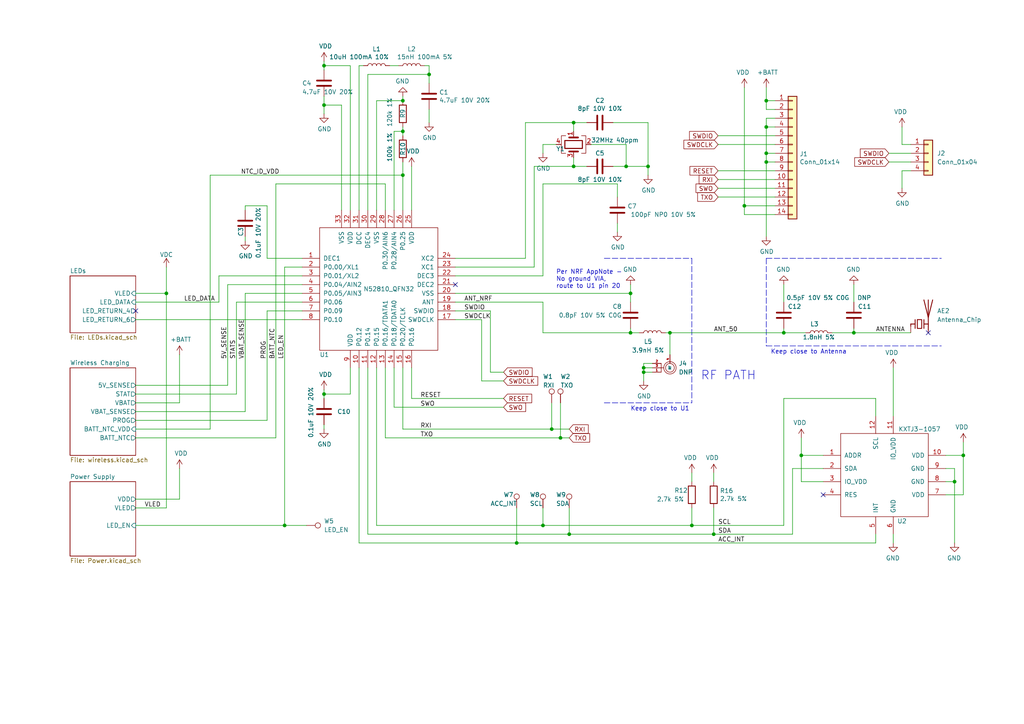
<source format=kicad_sch>
(kicad_sch (version 20211123) (generator eeschema)
  (paper "A4")
  (title_block (title "Pixels D6 Schematic, Main") (date "2022-08-26") (rev "3") (company "Systemic Games, LLC") (comment 1 "Main MCU, Accelerometer and RF"))
  (lib_symbols
    (symbol "Connector_Generic:Conn_01x04" (pin_names (offset 1.016) hide)
      (property "Reference" "J" (at 0 5.08 0))
      (property "Value" "Conn_01x04" (at 0 -7.62 0))
      (symbol "Conn_01x04_1_1"
        (rectangle (start -1.27 -4.953) (end 0 -5.207) (stroke (width 0.1524)))
        (rectangle (start -1.27 -2.413) (end 0 -2.667) (stroke (width 0.1524)))
        (rectangle (start -1.27 0.127) (end 0 -0.127) (stroke (width 0.1524)))
        (rectangle (start -1.27 2.667) (end 0 2.413) (stroke (width 0.1524)))
        (rectangle (start -1.27 3.81) (end 1.27 -6.35) (stroke (width 0.254)) (fill (type background)))
        (pin passive line (at -5.08 2.54 0) (length 3.81) (name "Pin_1") (number "1"))
        (pin passive line (at -5.08 0 0) (length 3.81) (name "Pin_2") (number "2"))
        (pin passive line (at -5.08 -2.54 0) (length 3.81) (name "Pin_3") (number "3"))
        (pin passive line (at -5.08 -5.08 0) (length 3.81) (name "Pin_4") (number "4"))
      )
    )
    (symbol "Connector_Generic:Conn_01x14" (pin_names (offset 1.016) hide)
      (property "Reference" "J" (at 0 17.78 0))
      (property "Value" "Conn_01x14" (at 0 -20.32 0))
      (symbol "Conn_01x14_1_1"
        (rectangle (start -1.27 -17.653) (end 0 -17.907) (stroke (width 0.1524)))
        (rectangle (start -1.27 -15.113) (end 0 -15.367) (stroke (width 0.1524)))
        (rectangle (start -1.27 -12.573) (end 0 -12.827) (stroke (width 0.1524)))
        (rectangle (start -1.27 -10.033) (end 0 -10.287) (stroke (width 0.1524)))
        (rectangle (start -1.27 -7.493) (end 0 -7.747) (stroke (width 0.1524)))
        (rectangle (start -1.27 -4.953) (end 0 -5.207) (stroke (width 0.1524)))
        (rectangle (start -1.27 -2.413) (end 0 -2.667) (stroke (width 0.1524)))
        (rectangle (start -1.27 0.127) (end 0 -0.127) (stroke (width 0.1524)))
        (rectangle (start -1.27 2.667) (end 0 2.413) (stroke (width 0.1524)))
        (rectangle (start -1.27 5.207) (end 0 4.953) (stroke (width 0.1524)))
        (rectangle (start -1.27 7.747) (end 0 7.493) (stroke (width 0.1524)))
        (rectangle (start -1.27 10.287) (end 0 10.033) (stroke (width 0.1524)))
        (rectangle (start -1.27 12.827) (end 0 12.573) (stroke (width 0.1524)))
        (rectangle (start -1.27 15.367) (end 0 15.113) (stroke (width 0.1524)))
        (rectangle (start -1.27 16.51) (end 1.27 -19.05) (stroke (width 0.254)) (fill (type background)))
        (pin passive line (at -5.08 15.24 0) (length 3.81) (name "Pin_1") (number "1"))
        (pin passive line (at -5.08 -7.62 0) (length 3.81) (name "Pin_10") (number "10"))
        (pin passive line (at -5.08 -10.16 0) (length 3.81) (name "Pin_11") (number "11"))
        (pin passive line (at -5.08 -12.7 0) (length 3.81) (name "Pin_12") (number "12"))
        (pin passive line (at -5.08 -15.24 0) (length 3.81) (name "Pin_13") (number "13"))
        (pin passive line (at -5.08 -17.78 0) (length 3.81) (name "Pin_14") (number "14"))
        (pin passive line (at -5.08 12.7 0) (length 3.81) (name "Pin_2") (number "2"))
        (pin passive line (at -5.08 10.16 0) (length 3.81) (name "Pin_3") (number "3"))
        (pin passive line (at -5.08 7.62 0) (length 3.81) (name "Pin_4") (number "4"))
        (pin passive line (at -5.08 5.08 0) (length 3.81) (name "Pin_5") (number "5"))
        (pin passive line (at -5.08 2.54 0) (length 3.81) (name "Pin_6") (number "6"))
        (pin passive line (at -5.08 0 0) (length 3.81) (name "Pin_7") (number "7"))
        (pin passive line (at -5.08 -2.54 0) (length 3.81) (name "Pin_8") (number "8"))
        (pin passive line (at -5.08 -5.08 0) (length 3.81) (name "Pin_9") (number "9"))
      )
    )
    (symbol "Device:Antenna_Chip" (pin_numbers hide) (pin_names (offset 1.016) hide)
      (property "Reference" "AE" (at 0 5.08 0))
      (property "Value" "Antenna_Chip" (at 0 3.175 0))
      (symbol "Antenna_Chip_0_1"
        (polyline (pts (xy -2.54 0) (xy -2.54 -0.635)) (stroke (width 0.254)))
        (polyline (pts (xy -2.54 0) (xy -1.27 0)) (stroke (width 0.254)))
        (polyline (pts (xy 1.27 0) (xy 2.54 0)) (stroke (width 0.254)))
        (polyline (pts (xy 1.27 1.27) (xy 1.27 -1.27)) (stroke (width 0.254)))
        (polyline (pts (xy 2.54 -0.635) (xy 2.54 0)))
        (polyline (pts (xy 2.54 6.985) (xy 2.54 -1.905)) (stroke (width 0.254)))
        (polyline (pts (xy -1.27 1.27) (xy -1.27 -1.27) (xy -1.27 0)) (stroke (width 0.254)))
        (polyline (pts (xy 3.81 6.985) (xy 2.54 1.905) (xy 1.27 6.985)) (stroke (width 0.254)))
        (polyline (pts (xy -0.635 1.27) (xy 0.635 1.27) (xy 0.635 -1.27) (xy -0.635 -1.27) (xy -0.635 1.27)) (stroke (width 0.254)))
      )
      (symbol "Antenna_Chip_1_1"
        (pin input line (at -2.54 -2.54 90) (length 2.54) (name "FEED") (number "1"))
        (pin passive line (at 2.54 -2.54 90) (length 2.54) (name "PCB_Trace") (number "2"))
      )
    )
    (symbol "Device:C" (pin_numbers hide) (pin_names (offset 0.254))
      (property "Reference" "C" (at 0.635 2.54 0))
      (property "Value" "C" (at 0.635 -2.54 0))
      (symbol "C_0_1"
        (polyline (pts (xy -2.032 -0.762) (xy 2.032 -0.762)) (stroke (width 0.508)))
        (polyline (pts (xy -2.032 0.762) (xy 2.032 0.762)) (stroke (width 0.508)))
      )
      (symbol "C_1_1"
        (pin passive line (at 0 3.81 270) (length 2.794) (name "~") (number "1"))
        (pin passive line (at 0 -3.81 90) (length 2.794) (name "~") (number "2"))
      )
    )
    (symbol "Device:Crystal_GND24" (pin_names (offset 1.016) hide)
      (property "Reference" "Y" (at 3.175 5.08 0))
      (property "Value" "Crystal_GND24" (at 3.175 3.175 0))
      (symbol "Crystal_GND24_0_1"
        (rectangle (start -1.143 2.54) (end 1.143 -2.54) (stroke (width 0.3048)))
        (polyline (pts (xy -2.54 0) (xy -2.032 0)))
        (polyline (pts (xy -2.032 -1.27) (xy -2.032 1.27)) (stroke (width 0.508)))
        (polyline (pts (xy 0 -3.81) (xy 0 -3.556)))
        (polyline (pts (xy 0 3.556) (xy 0 3.81)))
        (polyline (pts (xy 2.032 -1.27) (xy 2.032 1.27)) (stroke (width 0.508)))
        (polyline (pts (xy 2.032 0) (xy 2.54 0)))
        (polyline (pts (xy -2.54 -2.286) (xy -2.54 -3.556) (xy 2.54 -3.556) (xy 2.54 -2.286)))
        (polyline (pts (xy -2.54 2.286) (xy -2.54 3.556) (xy 2.54 3.556) (xy 2.54 2.286)))
      )
      (symbol "Crystal_GND24_1_1"
        (pin passive line (at -3.81 0 0) (length 1.27) (name "1") (number "1"))
        (pin passive line (at 0 5.08 270) (length 1.27) (name "2") (number "2"))
        (pin passive line (at 3.81 0 180) (length 1.27) (name "3") (number "3"))
        (pin passive line (at 0 -5.08 90) (length 1.27) (name "4") (number "4"))
      )
    )
    (symbol "Device:L" (pin_numbers hide) (pin_names (offset 1.016) hide)
      (property "Reference" "L" (at -1.27 0 90))
      (property "Value" "L" (at 1.905 0 90))
      (symbol "L_0_1"
        (arc (start 0 -2.54) (mid 0.635 -1.905) (end 0 -1.27))
        (arc (start 0 -1.27) (mid 0.635 -0.635) (end 0 0))
        (arc (start 0 0) (mid 0.635 0.635) (end 0 1.27))
        (arc (start 0 1.27) (mid 0.635 1.905) (end 0 2.54))
      )
      (symbol "L_1_1"
        (pin passive line (at 0 3.81 270) (length 1.27) (name "1") (number "1"))
        (pin passive line (at 0 -3.81 90) (length 1.27) (name "2") (number "2"))
      )
    )
    (symbol "Device:R" (pin_numbers hide) (pin_names (offset 0))
      (property "Reference" "R" (at 2.032 0 90))
      (property "Value" "R" (at 0 0 90))
      (symbol "R_0_1"
        (rectangle (start -1.016 -2.54) (end 1.016 2.54) (stroke (width 0.254)))
      )
      (symbol "R_1_1"
        (pin passive line (at 0 3.81 270) (length 1.27) (name "~") (number "1"))
        (pin passive line (at 0 -3.81 90) (length 1.27) (name "~") (number "2"))
      )
    )
    (symbol "Pixels-dice:KXTJ3-1057" (pin_names (offset 1.016))
      (property "Reference" "U" (at 10.16 -12.7 0))
      (property "Value" "KXTJ3-1057" (at 8.89 13.97 0))
      (symbol "KXTJ3-1057_0_1"
        (rectangle (start -12.7 12.7) (end 12.7 -11.43))
      )
      (symbol "KXTJ3-1057_1_1"
        (pin input line (at -17.78 6.35 0) (length 5.08) (name "ADDR") (number "1"))
        (pin power_in line (at 17.78 6.35 180) (length 5.08) (name "VDD") (number "10"))
        (pin power_in line (at 2.54 17.78 270) (length 5.08) (name "IO_VDD") (number "11"))
        (pin input line (at -2.54 17.78 270) (length 5.08) (name "SCL") (number "12"))
        (pin bidirectional line (at -17.78 2.54 0) (length 5.08) (name "SDA") (number "2"))
        (pin power_in line (at -17.78 -1.27 0) (length 5.08) (name "IO_VDD") (number "3"))
        (pin passive line (at -17.78 -5.08 0) (length 5.08) (name "RES") (number "4"))
        (pin output line (at -2.54 -16.51 90) (length 5.08) (name "INT") (number "5"))
        (pin power_in line (at 2.54 -16.51 90) (length 5.08) (name "GND") (number "6"))
        (pin power_in line (at 17.78 -5.08 180) (length 5.08) (name "VDD") (number "7"))
        (pin power_in line (at 17.78 -1.27 180) (length 5.08) (name "GND") (number "8"))
        (pin power_in line (at 17.78 2.54 180) (length 5.08) (name "GND") (number "9"))
      )
    )
    (symbol "Pixels-dice:N52810_QFN32" (pin_names (offset 1.016))
      (property "Reference" "U" (at 13.97 -19.05 0))
      (property "Value" "N52810_QFN32" (at 2.54 0 0))
      (symbol "N52810_QFN32_0_1"
        (rectangle (start -17.78 17.78) (end 16.51 -17.78))
      )
      (symbol "N52810_QFN32_1_1"
        (pin power_out line (at -22.86 8.89 0) (length 5.08) (name "DEC1") (number "1"))
        (pin bidirectional line (at -6.35 -22.86 90) (length 5.08) (name "P0.12") (number "10"))
        (pin bidirectional line (at -3.81 -22.86 90) (length 5.08) (name "P0.14") (number "11"))
        (pin bidirectional line (at -1.27 -22.86 90) (length 5.08) (name "P0.15") (number "12"))
        (pin bidirectional line (at 1.27 -22.86 90) (length 5.08) (name "P0.16/TDATA1") (number "13"))
        (pin bidirectional line (at 3.81 -22.86 90) (length 5.08) (name "P0.18/TDATA0") (number "14"))
        (pin bidirectional line (at 6.35 -22.86 90) (length 5.08) (name "P0.20/TCLK") (number "15"))
        (pin bidirectional line (at 8.89 -22.86 90) (length 5.08) (name "P0.16") (number "16"))
        (pin bidirectional line (at 21.59 -8.89 180) (length 5.08) (name "SWDCLK") (number "17"))
        (pin bidirectional line (at 21.59 -6.35 180) (length 5.08) (name "SWDIO") (number "18"))
        (pin output line (at 21.59 -3.81 180) (length 5.08) (name "ANT") (number "19"))
        (pin bidirectional line (at -22.86 6.35 0) (length 5.08) (name "P0.00/XL1") (number "2"))
        (pin output line (at 21.59 -1.27 180) (length 5.08) (name "VSS") (number "20"))
        (pin output line (at 21.59 1.27 180) (length 5.08) (name "DEC2") (number "21"))
        (pin output line (at 21.59 3.81 180) (length 5.08) (name "DEC3") (number "22"))
        (pin output line (at 21.59 6.35 180) (length 5.08) (name "XC1") (number "23"))
        (pin input line (at 21.59 8.89 180) (length 5.08) (name "XC2") (number "24"))
        (pin power_in line (at 8.89 22.86 270) (length 5.08) (name "VDD") (number "25"))
        (pin bidirectional line (at 6.35 22.86 270) (length 5.08) (name "P0.25") (number "26"))
        (pin bidirectional line (at 3.81 22.86 270) (length 5.08) (name "P0.28/AIN4") (number "27"))
        (pin bidirectional line (at 1.27 22.86 270) (length 5.08) (name "P0.30/AIN6") (number "28"))
        (pin power_in line (at -1.27 22.86 270) (length 5.08) (name "VSS") (number "29"))
        (pin bidirectional line (at -22.86 3.81 0) (length 5.08) (name "P0.01/XL2") (number "3"))
        (pin output line (at -3.81 22.86 270) (length 5.08) (name "DEC4") (number "30"))
        (pin output line (at -6.35 22.86 270) (length 5.08) (name "DCC") (number "31"))
        (pin power_in line (at -8.89 22.86 270) (length 5.08) (name "VDD") (number "32"))
        (pin power_in line (at -11.43 22.86 270) (length 5.08) (name "VSS") (number "33"))
        (pin bidirectional line (at -22.86 1.27 0) (length 5.08) (name "P0.04/AIN2") (number "4"))
        (pin bidirectional line (at -22.86 -1.27 0) (length 5.08) (name "P0.05/AIN3") (number "5"))
        (pin bidirectional line (at -22.86 -3.81 0) (length 5.08) (name "P0.06") (number "6"))
        (pin bidirectional line (at -22.86 -6.35 0) (length 5.08) (name "P0.09") (number "7"))
        (pin bidirectional line (at -22.86 -8.89 0) (length 5.08) (name "P0.10") (number "8"))
        (pin power_in line (at -8.89 -22.86 90) (length 5.08) (name "VDD") (number "9"))
      )
    )
    (symbol "Pixels-dice:TEST_1P-conn" (pin_numbers hide) (pin_names (offset 0.762) hide) (in_bom no)
      (property "Reference" "W" (at 0 6.858 0))
      (property "Value" "TEST_1P-conn" (at 0 5.08 0))
      (symbol "TEST_1P-conn_0_1"
        (circle (center 0 3.302) (radius 0.762))
      )
      (symbol "TEST_1P-conn_1_1"
        (pin passive line (at 0 0 90) (length 2.54) (name "1") (number "1"))
      )
    )
    (symbol "Pixels-dice:W.FL"
      (property "Reference" "J" (at 3.81 -1.27 0))
      (property "Value" "W.FL" (at 4.445 1.27 0))
      (symbol "W.FL_0_1"
        (polyline (pts (xy -1.27 -2.54) (xy 1.27 -2.54)))
        (polyline (pts (xy 0 -2.54) (xy 0 -1.905)))
        (circle (center 0 0) (radius 1.27))
        (circle (center 0 0) (radius 1.7961))
      )
      (symbol "W.FL_1_1"
        (pin passive line (at 1.27 -5.08 90) (length 2.54) (name "") (number "1"))
        (pin passive line (at -1.27 -5.08 90) (length 2.54) (name "") (number "2"))
        (pin passive line (at 0 -5.08 90) (length 2.54) (name "") (number "3"))
        (pin passive line (at -3.81 0 0) (length 2.54) (name "RF") (number "4"))
      )
    )
    (symbol "TEST_1P-conn_1" (pin_numbers hide) (pin_names (offset 0.762) hide) (in_bom no)
      (property "Reference" "W" (at 0 6.858 0))
      (property "Value" "TEST_1P-conn_1" (at 0 5.08 0))
      (symbol "TEST_1P-conn_1_0_1"
        (circle (center 0 3.302) (radius 0.762))
      )
      (symbol "TEST_1P-conn_1_1_1"
        (pin passive line (at 0 0 90) (length 2.54) (name "1") (number "1"))
      )
    )
    (symbol "TEST_1P-conn_2" (pin_numbers hide) (pin_names (offset 0.762) hide) (in_bom no)
      (property "Reference" "W" (at 0 6.858 0))
      (property "Value" "TEST_1P-conn_2" (at 0 5.08 0))
      (symbol "TEST_1P-conn_2_0_1"
        (circle (center 0 3.302) (radius 0.762))
      )
      (symbol "TEST_1P-conn_2_1_1"
        (pin passive line (at 0 0 90) (length 2.54) (name "1") (number "1"))
      )
    )
    (symbol "TEST_1P-conn_3" (pin_numbers hide) (pin_names (offset 0.762) hide) (in_bom no)
      (property "Reference" "W" (at 0 6.858 0))
      (property "Value" "TEST_1P-conn_3" (at 0 5.08 0))
      (symbol "TEST_1P-conn_3_0_1"
        (circle (center 0 3.302) (radius 0.762))
      )
      (symbol "TEST_1P-conn_3_1_1"
        (pin passive line (at 0 0 90) (length 2.54) (name "1") (number "1"))
      )
    )
    (symbol "TEST_1P-conn_4" (pin_numbers hide) (pin_names (offset 0.762) hide) (in_bom no)
      (property "Reference" "W" (at 0 6.858 0))
      (property "Value" "TEST_1P-conn_4" (at 0 5.08 0))
      (symbol "TEST_1P-conn_4_0_1"
        (circle (center 0 3.302) (radius 0.762))
      )
      (symbol "TEST_1P-conn_4_1_1"
        (pin passive line (at 0 0 90) (length 2.54) (name "1") (number "1"))
      )
    )
    (symbol "TEST_1P-conn_5" (pin_numbers hide) (pin_names (offset 0.762) hide) (in_bom no)
      (property "Reference" "W" (at 0 6.858 0))
      (property "Value" "TEST_1P-conn_5" (at 0 5.08 0))
      (symbol "TEST_1P-conn_5_0_1"
        (circle (center 0 3.302) (radius 0.762))
      )
      (symbol "TEST_1P-conn_5_1_1"
        (pin passive line (at 0 0 90) (length 2.54) (name "1") (number "1"))
      )
    )
    (symbol "power:+BATT" (power) (pin_names (offset 0))
      (property "Value" "+BATT" (at 0 3.556 0))
      (symbol "+BATT_0_1"
        (polyline (pts (xy -0.762 1.27) (xy 0 2.54)))
        (polyline (pts (xy 0 0) (xy 0 2.54)))
        (polyline (pts (xy 0 2.54) (xy 0.762 1.27)))
      )
      (symbol "+BATT_1_1"
        (pin power_in line (at 0 0 90) (length 0) hide (name "+BATT") (number "1"))
      )
    )
    (symbol "power:GND" (power) (pin_names (offset 0))
      (property "Value" "GND" (at 0 -3.81 0))
      (symbol "GND_0_1"
        (polyline (pts (xy 0 0) (xy 0 -1.27) (xy 1.27 -1.27) (xy 0 -2.54) (xy -1.27 -1.27) (xy 0 -1.27)))
      )
      (symbol "GND_1_1"
        (pin power_in line (at 0 0 270) (length 0) hide (name "GND") (number "1"))
      )
    )
    (symbol "power:VDC" (power) (pin_names (offset 0))
      (property "Value" "VDC" (at 0 6.35 0))
      (symbol "VDC_0_1"
        (polyline (pts (xy -0.762 1.27) (xy 0 2.54)))
        (polyline (pts (xy 0 0) (xy 0 2.54)))
        (polyline (pts (xy 0 2.54) (xy 0.762 1.27)))
      )
      (symbol "VDC_1_1"
        (pin power_in line (at 0 0 90) (length 0) hide (name "VDC") (number "1"))
      )
    )
    (symbol "power:VDD" (power) (pin_names (offset 0))
      (property "Value" "VDD" (at 0 3.81 0))
      (symbol "VDD_0_1"
        (polyline (pts (xy -0.762 1.27) (xy 0 2.54)))
        (polyline (pts (xy 0 0) (xy 0 2.54)))
        (polyline (pts (xy 0 2.54) (xy 0.762 1.27)))
      )
      (symbol "VDD_1_1"
        (pin power_in line (at 0 0 90) (length 0) hide (name "VDD") (number "1"))
      )
    )
  )
  (junction (at 279.4 132.08))
  (junction (at 227.33 96.52))
  (junction (at 181.61 48.26))
  (junction (at 276.86 139.7))
  (junction (at 93.98 30.48))
  (junction (at 116.84 50.8))
  (junction (at 93.98 19.05))
  (junction (at 194.31 96.52))
  (junction (at 116.84 38.1))
  (junction (at 186.69 106.68))
  (junction (at 166.37 48.26))
  (junction (at 149.86 157.48))
  (junction (at 165.1 154.94))
  (junction (at 207.01 154.94))
  (junction (at 222.25 36.83))
  (junction (at 93.98 114.3))
  (junction (at 182.88 85.09))
  (junction (at 82.55 152.4))
  (junction (at 222.25 44.45))
  (junction (at 116.84 29.21))
  (junction (at 222.25 29.21))
  (junction (at 187.96 48.26))
  (junction (at 222.25 46.99))
  (junction (at 48.26 85.09))
  (junction (at 162.56 127))
  (junction (at 124.46 21.59))
  (junction (at 232.41 132.08))
  (junction (at 215.9 59.69))
  (junction (at 157.48 152.4))
  (junction (at 182.88 96.52))
  (junction (at 186.69 107.95))
  (junction (at 160.02 124.46))
  (junction (at 200.66 152.4))
  (junction (at 166.37 35.56))
  (junction (at 247.65 96.52))
  (no_connect (at 132.08 82.55))
  (no_connect (at 238.76 143.51))
  (no_connect (at 269.24 96.52))
  (no_connect (at 39.37 90.17))
  (wire (pts (xy 99.06 30.48) (xy 93.98 30.48)))
  (wire (pts (xy 99.06 60.96) (xy 99.06 30.48)))
  (wire (pts (xy 222.25 34.29) (xy 222.25 36.83)))
  (wire (pts (xy 207.01 137.16) (xy 207.01 139.7)))
  (wire (pts (xy 193.04 96.52) (xy 194.31 96.52)))
  (wire (pts (xy 60.96 50.8) (xy 60.96 124.46)))
  (wire (pts (xy 149.86 147.32) (xy 149.86 157.48)))
  (wire (pts (xy 109.22 29.21) (xy 109.22 60.96)))
  (wire (pts (xy 181.61 41.91) (xy 181.61 48.26)))
  (wire (pts (xy 154.94 77.47) (xy 154.94 48.26)))
  (wire (pts (xy 93.98 19.05) (xy 93.98 20.32)))
  (wire (pts (xy 232.41 139.7) (xy 232.41 132.08)))
  (wire (pts (xy 279.4 143.51) (xy 274.32 143.51)))
  (wire (pts (xy 101.6 19.05) (xy 93.98 19.05)))
  (wire (pts (xy 177.8 48.26) (xy 181.61 48.26)))
  (wire (pts (xy 157.48 80.01) (xy 132.08 80.01)))
  (wire (pts (xy 139.7 110.49) (xy 146.05 110.49)))
  (wire (pts (xy 132.08 74.93) (xy 152.4 74.93)))
  (wire (pts (xy 238.76 135.89) (xy 229.87 135.89)))
  (wire (pts (xy 106.68 154.94) (xy 106.68 106.68)))
  (wire (pts (xy 261.62 49.53) (xy 264.16 49.53)))
  (wire (pts (xy 207.01 147.32) (xy 207.01 154.94)))
  (wire (pts (xy 241.3 96.52) (xy 247.65 96.52)))
  (wire (pts (xy 257.81 46.99) (xy 264.16 46.99)))
  (wire (pts (xy 189.23 106.68) (xy 186.69 106.68)))
  (wire (pts (xy 187.96 35.56) (xy 187.96 48.26)))
  (wire (pts (xy 224.79 46.99) (xy 222.25 46.99)))
  (wire (pts (xy 160.02 124.46) (xy 165.1 124.46)))
  (wire (pts (xy 166.37 35.56) (xy 170.18 35.56)))
  (wire (pts (xy 259.08 154.94) (xy 259.08 157.48)))
  (wire (pts (xy 39.37 114.3) (xy 68.58 114.3)))
  (wire (pts (xy 208.28 41.91) (xy 224.79 41.91)))
  (wire (pts (xy 39.37 147.32) (xy 48.26 147.32)))
  (wire (pts (xy 215.9 59.69) (xy 215.9 62.23)))
  (wire (pts (xy 116.84 124.46) (xy 116.84 106.68)))
  (wire (pts (xy 68.58 87.63) (xy 68.58 114.3)))
  (wire (pts (xy 162.56 127) (xy 165.1 127)))
  (wire (pts (xy 80.01 53.34) (xy 111.76 53.34)))
  (wire (pts (xy 111.76 53.34) (xy 111.76 60.96)))
  (wire (pts (xy 124.46 31.75) (xy 124.46 35.56)))
  (wire (pts (xy 39.37 111.76) (xy 66.04 111.76)))
  (wire (pts (xy 93.98 114.3) (xy 93.98 115.57)))
  (wire (pts (xy 149.86 157.48) (xy 254 157.48)))
  (wire (pts (xy 66.04 82.55) (xy 66.04 111.76)))
  (wire (pts (xy 224.79 59.69) (xy 215.9 59.69)))
  (wire (pts (xy 274.32 139.7) (xy 276.86 139.7)))
  (wire (pts (xy 152.4 74.93) (xy 152.4 35.56)))
  (wire (pts (xy 132.08 90.17) (xy 142.24 90.17)))
  (wire (pts (xy 186.69 107.95) (xy 186.69 110.49)))
  (wire (pts (xy 114.3 106.68) (xy 114.3 118.11)))
  (wire (pts (xy 109.22 106.68) (xy 109.22 152.4)))
  (wire (pts (xy 101.6 60.96) (xy 101.6 19.05)))
  (wire (pts (xy 39.37 87.63) (xy 63.5 87.63)))
  (wire (pts (xy 254 120.65) (xy 254 115.57)))
  (wire (pts (xy 222.25 31.75) (xy 224.79 31.75)))
  (wire (pts (xy 93.98 114.3) (xy 93.98 113.03)))
  (wire (pts (xy 182.88 96.52) (xy 185.42 96.52)))
  (wire (pts (xy 142.24 107.95) (xy 146.05 107.95)))
  (wire (pts (xy 222.25 29.21) (xy 222.25 31.75)))
  (wire (pts (xy 161.29 41.91) (xy 157.48 41.91)))
  (wire (pts (xy 182.88 85.09) (xy 182.88 87.63)))
  (wire (pts (xy 160.02 116.84) (xy 160.02 124.46)))
  (wire (pts (xy 39.37 127) (xy 80.01 127)))
  (wire (pts (xy 222.25 44.45) (xy 222.25 46.99)))
  (wire (pts (xy 52.07 144.78) (xy 52.07 135.89)))
  (wire (pts (xy 104.14 19.05) (xy 104.14 60.96)))
  (wire (pts (xy 114.3 38.1) (xy 114.3 60.96)))
  (wire (pts (xy 123.19 19.05) (xy 124.46 19.05)))
  (wire (pts (xy 124.46 21.59) (xy 106.68 21.59)))
  (wire (pts (xy 165.1 154.94) (xy 207.01 154.94)))
  (wire (pts (xy 208.28 49.53) (xy 224.79 49.53)))
  (wire (pts (xy 232.41 132.08) (xy 238.76 132.08)))
  (wire (pts (xy 194.31 96.52) (xy 194.31 102.87)))
  (wire (pts (xy 186.69 106.68) (xy 186.69 107.95)))
  (wire (pts (xy 177.8 35.56) (xy 187.96 35.56)))
  (wire (pts (xy 227.33 95.25) (xy 227.33 96.52)))
  (wire (pts (xy 222.25 36.83) (xy 222.25 44.45)))
  (polyline (pts (xy 222.25 74.93) (xy 222.25 100.33)))
  (wire (pts (xy 39.37 85.09) (xy 48.26 85.09)))
  (wire (pts (xy 274.32 135.89) (xy 276.86 135.89)))
  (wire (pts (xy 279.4 132.08) (xy 279.4 143.51)))
  (wire (pts (xy 114.3 38.1) (xy 116.84 38.1)))
  (wire (pts (xy 261.62 41.91) (xy 264.16 41.91)))
  (wire (pts (xy 132.08 85.09) (xy 182.88 85.09)))
  (polyline (pts (xy 200.66 74.93) (xy 200.66 116.84)))
  (wire (pts (xy 257.81 44.45) (xy 264.16 44.45)))
  (wire (pts (xy 182.88 95.25) (xy 182.88 96.52)))
  (wire (pts (xy 154.94 48.26) (xy 166.37 48.26)))
  (wire (pts (xy 261.62 36.83) (xy 261.62 41.91)))
  (wire (pts (xy 232.41 132.08) (xy 232.41 127)))
  (wire (pts (xy 101.6 114.3) (xy 93.98 114.3)))
  (wire (pts (xy 157.48 87.63) (xy 157.48 96.52)))
  (wire (pts (xy 189.23 107.95) (xy 186.69 107.95)))
  (wire (pts (xy 116.84 50.8) (xy 116.84 60.96)))
  (wire (pts (xy 111.76 127) (xy 162.56 127)))
  (wire (pts (xy 227.33 115.57) (xy 227.33 152.4)))
  (wire (pts (xy 276.86 139.7) (xy 276.86 157.48)))
  (wire (pts (xy 82.55 77.47) (xy 82.55 152.4)))
  (wire (pts (xy 189.23 105.41) (xy 186.69 105.41)))
  (wire (pts (xy 200.66 137.16) (xy 200.66 139.7)))
  (wire (pts (xy 88.9 152.4) (xy 82.55 152.4)))
  (wire (pts (xy 222.25 34.29) (xy 224.79 34.29)))
  (wire (pts (xy 166.37 48.26) (xy 170.18 48.26)))
  (wire (pts (xy 132.08 87.63) (xy 157.48 87.63)))
  (wire (pts (xy 215.9 62.23) (xy 224.79 62.23)))
  (wire (pts (xy 222.25 46.99) (xy 222.25 68.58)))
  (wire (pts (xy 116.84 124.46) (xy 160.02 124.46)))
  (wire (pts (xy 179.07 53.34) (xy 179.07 57.15)))
  (wire (pts (xy 116.84 27.94) (xy 116.84 29.21)))
  (wire (pts (xy 119.38 106.68) (xy 119.38 115.57)))
  (wire (pts (xy 227.33 96.52) (xy 233.68 96.52)))
  (wire (pts (xy 261.62 49.53) (xy 261.62 54.61)))
  (wire (pts (xy 208.28 57.15) (xy 224.79 57.15)))
  (wire (pts (xy 157.48 152.4) (xy 200.66 152.4)))
  (wire (pts (xy 152.4 35.56) (xy 166.37 35.56)))
  (wire (pts (xy 63.5 80.01) (xy 87.63 80.01)))
  (wire (pts (xy 182.88 82.55) (xy 182.88 85.09)))
  (wire (pts (xy 39.37 144.78) (xy 52.07 144.78)))
  (wire (pts (xy 39.37 119.38) (xy 71.12 119.38)))
  (wire (pts (xy 124.46 19.05) (xy 124.46 21.59)))
  (wire (pts (xy 48.26 85.09) (xy 48.26 147.32)))
  (wire (pts (xy 82.55 77.47) (xy 87.63 77.47)))
  (wire (pts (xy 200.66 152.4) (xy 227.33 152.4)))
  (wire (pts (xy 106.68 154.94) (xy 165.1 154.94)))
  (wire (pts (xy 119.38 48.26) (xy 119.38 60.96)))
  (wire (pts (xy 82.55 152.4) (xy 39.37 152.4)))
  (wire (pts (xy 208.28 54.61) (xy 224.79 54.61)))
  (wire (pts (xy 87.63 82.55) (xy 66.04 82.55)))
  (wire (pts (xy 116.84 46.99) (xy 116.84 50.8)))
  (wire (pts (xy 104.14 19.05) (xy 105.41 19.05)))
  (wire (pts (xy 77.47 90.17) (xy 87.63 90.17)))
  (wire (pts (xy 247.65 95.25) (xy 247.65 96.52)))
  (wire (pts (xy 39.37 92.71) (xy 87.63 92.71)))
  (wire (pts (xy 104.14 157.48) (xy 149.86 157.48)))
  (wire (pts (xy 139.7 92.71) (xy 139.7 110.49)))
  (wire (pts (xy 77.47 74.93) (xy 87.63 74.93)))
  (wire (pts (xy 171.45 41.91) (xy 181.61 41.91)))
  (wire (pts (xy 93.98 19.05) (xy 93.98 17.78)))
  (wire (pts (xy 39.37 124.46) (xy 60.96 124.46)))
  (polyline (pts (xy 222.25 74.93) (xy 273.05 74.93)))
  (wire (pts (xy 93.98 30.48) (xy 93.98 33.02)))
  (wire (pts (xy 39.37 121.92) (xy 77.47 121.92)))
  (polyline (pts (xy 175.26 116.84) (xy 200.66 116.84)))
  (wire (pts (xy 157.48 96.52) (xy 182.88 96.52)))
  (wire (pts (xy 48.26 85.09) (xy 48.26 77.47)))
  (wire (pts (xy 227.33 82.55) (xy 227.33 87.63)))
  (wire (pts (xy 132.08 92.71) (xy 139.7 92.71)))
  (wire (pts (xy 194.31 96.52) (xy 227.33 96.52)))
  (wire (pts (xy 165.1 147.32) (xy 165.1 154.94)))
  (wire (pts (xy 229.87 135.89) (xy 229.87 154.94)))
  (wire (pts (xy 224.79 44.45) (xy 222.25 44.45)))
  (wire (pts (xy 71.12 68.58) (xy 71.12 69.85)))
  (wire (pts (xy 146.05 115.57) (xy 119.38 115.57)))
  (wire (pts (xy 116.84 38.1) (xy 116.84 39.37)))
  (wire (pts (xy 222.25 25.4) (xy 222.25 29.21)))
  (wire (pts (xy 162.56 116.84) (xy 162.56 127)))
  (wire (pts (xy 157.48 147.32) (xy 157.48 152.4)))
  (wire (pts (xy 77.47 59.69) (xy 71.12 59.69)))
  (wire (pts (xy 247.65 96.52) (xy 264.16 96.52)))
  (wire (pts (xy 142.24 90.17) (xy 142.24 107.95)))
  (wire (pts (xy 109.22 29.21) (xy 116.84 29.21)))
  (wire (pts (xy 186.69 105.41) (xy 186.69 106.68)))
  (wire (pts (xy 279.4 128.27) (xy 279.4 132.08)))
  (wire (pts (xy 93.98 27.94) (xy 93.98 30.48)))
  (wire (pts (xy 157.48 53.34) (xy 157.48 80.01)))
  (wire (pts (xy 254 154.94) (xy 254 157.48)))
  (wire (pts (xy 106.68 21.59) (xy 106.68 60.96)))
  (wire (pts (xy 71.12 85.09) (xy 71.12 119.38)))
  (wire (pts (xy 181.61 48.26) (xy 187.96 48.26)))
  (wire (pts (xy 77.47 74.93) (xy 77.47 59.69)))
  (wire (pts (xy 207.01 154.94) (xy 229.87 154.94)))
  (wire (pts (xy 116.84 36.83) (xy 116.84 38.1)))
  (wire (pts (xy 63.5 87.63) (xy 63.5 80.01)))
  (wire (pts (xy 80.01 53.34) (xy 80.01 127)))
  (wire (pts (xy 39.37 116.84) (xy 52.07 116.84)))
  (wire (pts (xy 247.65 82.55) (xy 247.65 87.63)))
  (wire (pts (xy 104.14 106.68) (xy 104.14 157.48)))
  (wire (pts (xy 179.07 64.77) (xy 179.07 67.31)))
  (wire (pts (xy 157.48 41.91) (xy 157.48 44.45)))
  (wire (pts (xy 68.58 87.63) (xy 87.63 87.63)))
  (wire (pts (xy 113.03 19.05) (xy 115.57 19.05)))
  (wire (pts (xy 187.96 48.26) (xy 187.96 50.8)))
  (wire (pts (xy 166.37 45.72) (xy 166.37 48.26)))
  (wire (pts (xy 208.28 39.37) (xy 224.79 39.37)))
  (wire (pts (xy 166.37 38.1) (xy 166.37 35.56)))
  (wire (pts (xy 279.4 132.08) (xy 274.32 132.08)))
  (wire (pts (xy 254 115.57) (xy 227.33 115.57)))
  (wire (pts (xy 179.07 53.34) (xy 157.48 53.34)))
  (wire (pts (xy 238.76 139.7) (xy 232.41 139.7)))
  (polyline (pts (xy 222.25 100.33) (xy 273.05 100.33)))
  (wire (pts (xy 146.05 118.11) (xy 114.3 118.11)))
  (wire (pts (xy 71.12 59.69) (xy 71.12 60.96)))
  (wire (pts (xy 224.79 36.83) (xy 222.25 36.83)))
  (wire (pts (xy 77.47 121.92) (xy 77.47 90.17)))
  (wire (pts (xy 111.76 127) (xy 111.76 106.68)))
  (wire (pts (xy 215.9 25.4) (xy 215.9 59.69)))
  (wire (pts (xy 276.86 135.89) (xy 276.86 139.7)))
  (wire (pts (xy 259.08 106.68) (xy 259.08 120.65)))
  (wire (pts (xy 222.25 29.21) (xy 224.79 29.21)))
  (wire (pts (xy 132.08 77.47) (xy 154.94 77.47)))
  (wire (pts (xy 200.66 147.32) (xy 200.66 152.4)))
  (wire (pts (xy 101.6 106.68) (xy 101.6 114.3)))
  (wire (pts (xy 52.07 102.87) (xy 52.07 116.84)))
  (wire (pts (xy 87.63 85.09) (xy 71.12 85.09)))
  (wire (pts (xy 116.84 50.8) (xy 60.96 50.8)))
  (polyline (pts (xy 175.26 74.93) (xy 200.66 74.93)))
  (wire (pts (xy 208.28 52.07) (xy 224.79 52.07)))
  (wire (pts (xy 124.46 21.59) (xy 124.46 24.13)))
  (wire (pts (xy 109.22 152.4) (xy 157.48 152.4)))
  (wire (pts (xy 93.98 123.19) (xy 93.98 124.46)))
  (text "Per NRF AppNote -\nNo ground VIA,\nroute to U1 pin 20" (at 161.29 83.82 0) (effects (font (size 1.27 1.27)) (justify left bottom)))
  (text "Keep close to U1" (at 182.88 119.38 0) (effects (font (size 1.27 1.27)) (justify left bottom)))
  (text "Keep close to Antenna" (at 223.52 102.87 0) (effects (font (size 1.27 1.27)) (justify left bottom)))
  (text "RF PATH" (at 203.2 110.49 0) (effects (font (size 2.54 2.54)) (justify left bottom)))
  (label "BATT_NTC" (at 80.01 104.14 90))
  (label "ANTENNA" (at 254 96.52 0))
  (label "TXO" (at 121.92 127 0))
  (label "PROG" (at 77.47 104.14 90))
  (label "ACC_INT" (at 208.28 157.48 0))
  (label "ANT_NRF" (at 134.62 87.63 0))
  (label "SWDCLK" (at 134.62 92.71 0))
  (label "VBAT_SENSE" (at 71.12 104.14 90))
  (label "5V_SENSE" (at 66.04 104.14 90))
  (label "SDA" (at 208.28 154.94 0))
  (label "LED_EN" (at 82.55 104.14 90))
  (label "RXI" (at 121.92 124.46 0))
  (label "SWDIO" (at 134.62 90.17 0))
  (label "SWO" (at 121.92 118.11 0))
  (label "ANT_50" (at 207.01 96.52 0))
  (label "NTC_ID_VDD" (at 69.85 50.8 0))
  (label "LED_DATA" (at 53.34 87.63 0))
  (label "RESET" (at 121.92 115.57 0))
  (label "SCL" (at 208.28 152.4 0))
  (label "VLED" (at 41.91 147.32 0))
  (label "STATS" (at 68.58 104.14 90))
  (global_label "TXO" (shape input) (at 165.1 127 0) (property "Intersheet References" "${INTERSHEET_REFS}" (effects hide)))
  (global_label "RESET" (shape input) (at 208.28 49.53 180) (property "Intersheet References" "${INTERSHEET_REFS}" (effects hide)))
  (global_label "SWDIO" (shape input) (at 146.05 107.95 0) (property "Intersheet References" "${INTERSHEET_REFS}" (effects hide)))
  (global_label "RXI" (shape input) (at 208.28 52.07 180) (property "Intersheet References" "${INTERSHEET_REFS}" (effects hide)))
  (global_label "SWDCLK" (shape input) (at 257.81 46.99 180) (property "Intersheet References" "${INTERSHEET_REFS}" (effects hide)))
  (global_label "SWO" (shape input) (at 146.05 118.11 0) (property "Intersheet References" "${INTERSHEET_REFS}" (effects hide)))
  (global_label "SWDCLK" (shape input) (at 146.05 110.49 0) (property "Intersheet References" "${INTERSHEET_REFS}" (effects hide)))
  (global_label "TXO" (shape input) (at 208.28 57.15 180) (property "Intersheet References" "${INTERSHEET_REFS}" (effects hide)))
  (global_label "RESET" (shape input) (at 146.05 115.57 0) (property "Intersheet References" "${INTERSHEET_REFS}" (effects hide)))
  (global_label "SWDIO" (shape input) (at 257.81 44.45 180) (property "Intersheet References" "${INTERSHEET_REFS}" (effects hide)))
  (global_label "SWO" (shape input) (at 208.28 54.61 180) (property "Intersheet References" "${INTERSHEET_REFS}" (effects hide)))
  (global_label "RXI" (shape input) (at 165.1 124.46 0) (property "Intersheet References" "${INTERSHEET_REFS}" (effects hide)))
  (global_label "SWDCLK" (shape input) (at 208.28 41.91 180) (property "Intersheet References" "${INTERSHEET_REFS}" (effects hide)))
  (global_label "SWDIO" (shape input) (at 208.28 39.37 180) (property "Intersheet References" "${INTERSHEET_REFS}" (effects hide)))
  (symbol (lib_id "power:GND") (at 93.98 124.46 0) (unit 1)
    (property "Reference" "#PWR016" (effects hide))
    (property "Value" "GND" (at 94.107 128.8542 0))
  )
  (symbol (lib_id "power:VDD") (at 93.98 113.03 0) (unit 1)
    (property "Reference" "#PWR014" (effects hide))
    (property "Value" "VDD" (at 94.4118 108.6358 0))
  )
  (symbol (lib_id "Device:C") (at 93.98 119.38 0) (unit 1)
    (property "Reference" "C10" (at 97.79 119.38 0) (effects (justify left)))
    (property "Value" "0.1uF 10V 20%" (at 90.17 127 90) (effects (justify left)))
    (property "Footprint" "Capacitor_SMD:C_0402_1005Metric" (effects hide))
    (property "Generic OK" "YES" (effects hide))
    (property "Pixels Part Number" "SMD-C005" (effects hide))
    (property "Manufacturer" "Murata" (effects hide))
    (property "Manufacturer Part Number" "GRM155R61H104KE19D" (effects hide))
  )
  (symbol (lib_id "power:GND") (at 93.98 33.02 0) (unit 1)
    (property "Reference" "#PWR08" (effects hide))
    (property "Value" "GND" (at 94.107 37.4142 0))
  )
  (symbol (lib_id "power:VDD") (at 93.98 17.78 0) (unit 1)
    (property "Reference" "#PWR01" (effects hide))
    (property "Value" "VDD" (at 94.4118 13.3858 0))
  )
  (symbol (lib_id "Device:C") (at 93.98 24.13 0) (unit 1)
    (property "Reference" "C4" (at 87.63 24.13 0) (effects (justify left)))
    (property "Value" "4.7uF 10V 20%" (at 87.63 26.67 0) (effects (justify left)))
    (property "Footprint" "Pixels-dice:C_0402_1005Metric" (effects hide))
    (property "Generic OK" "YES" (effects hide))
    (property "Pixels Part Number" "SMD-C002" (effects hide))
    (property "Manufacturer" "Murata" (effects hide))
    (property "Manufacturer Part Number" "GRM155R61A475MEAAJ" (effects hide))
  )
  (symbol (lib_id "power:GND") (at 71.12 69.85 0) (unit 1)
    (property "Reference" "#PWR05" (effects hide))
    (property "Value" "GND" (at 71.247 74.2442 0))
  )
  (symbol (lib_id "Device:C") (at 71.12 64.77 0) (unit 1)
    (property "Reference" "C3" (at 69.85 68.58 90) (effects (justify left)))
    (property "Value" "0.1uF 10V 20%" (at 74.93 74.93 90) (effects (justify left)))
    (property "Footprint" "Capacitor_SMD:C_0402_1005Metric" (effects hide))
    (property "Generic OK" "YES" (effects hide))
    (property "Pixels Part Number" "SMD-C005" (effects hide))
    (property "Manufacturer" "Murata" (effects hide))
    (property "Manufacturer Part Number" "GRM155R61H104KE19D" (effects hide))
  )
  (symbol (lib_id "Device:L") (at 109.22 19.05 90) (unit 1)
    (property "Reference" "L1" (at 109.22 14.224 90))
    (property "Value" "10uH 100mA 10%" (at 104.14 16.51 90))
    (property "Footprint" "Inductor_SMD:L_0805_2012Metric" (effects hide))
    (property "Generic OK" "YES" (effects hide))
    (property "Pixels Part Number" "SMD-L001" (effects hide))
    (property "Manufacturer" "Murata" (effects hide))
    (property "Manufacturer Part Number" "LQM21FN100M80L" (effects hide))
  )
  (symbol (lib_id "Device:L") (at 119.38 19.05 90) (unit 1)
    (property "Reference" "L2" (at 119.38 14.224 90))
    (property "Value" "15nH 100mA 5%" (at 123.19 16.51 90))
    (property "Footprint" "Inductor_SMD:L_0402_1005Metric" (effects hide))
    (property "Generic OK" "YES" (effects hide))
    (property "Pixels Part Number" "SMD-L002" (effects hide))
    (property "Manufacturer" "Murata" (effects hide))
    (property "Manufacturer Part Number" "LQG15HS15NJ02D" (effects hide))
  )
  (symbol (lib_id "Device:C") (at 124.46 27.94 0) (unit 1)
    (property "Reference" "C1" (at 127.381 26.7716 0) (effects (justify left)))
    (property "Value" "4.7uF 10V 20%" (at 127.381 29.083 0) (effects (justify left)))
    (property "Footprint" "Pixels-dice:C_0402_1005Metric" (effects hide))
    (property "Generic OK" "YES" (effects hide))
    (property "Pixels Part Number" "SMD-C002" (effects hide))
    (property "Manufacturer" "Murata" (effects hide))
    (property "Manufacturer Part Number" "GRM155R61A475MEAAJ" (effects hide))
  )
  (symbol (lib_id "power:GND") (at 124.46 35.56 0) (unit 1)
    (property "Reference" "#PWR03" (effects hide))
    (property "Value" "GND" (at 124.587 39.9542 0))
  )
  (symbol (lib_id "Device:Crystal_GND24") (at 166.37 41.91 270) (unit 1)
    (property "Reference" "Y1" (at 161.29 43.18 90) (effects (justify left)))
    (property "Value" "32MHz 40ppm" (at 171.45 40.64 90) (effects (justify left)))
    (property "Footprint" "Pixels-dice:Crystal_SMD_2016-4Pin_2.0x1.6mm" (effects hide))
    (property "Generic OK" "YES" (effects hide))
    (property "Manufacturer" "Murata" (effects hide))
    (property "Manufacturer Part Number" "XRCGB32M000F2P00R0" (effects hide))
    (property "Pixels Part Number" "SMD-Y001" (effects hide))
  )
  (symbol (lib_id "Device:C") (at 173.99 35.56 270) (unit 1)
    (property "Reference" "C2" (at 173.99 29.1592 90))
    (property "Value" "8pF 10V 10%" (at 173.99 31.4706 90))
    (property "Footprint" "Capacitor_SMD:C_0402_1005Metric" (effects hide))
    (property "Generic OK" "YES" (effects hide))
    (property "Pixels Part Number" "SMD-C001" (effects hide))
    (property "Manufacturer" "Murata" (effects hide))
    (property "Manufacturer Part Number" "GRT1555C2A8R0DA02" (effects hide))
  )
  (symbol (lib_id "Device:C") (at 173.99 48.26 270) (unit 1)
    (property "Reference" "C5" (at 173.99 44.45 90))
    (property "Value" "8pF 10V 10%" (at 173.99 52.07 90))
    (property "Footprint" "Capacitor_SMD:C_0402_1005Metric" (effects hide))
    (property "Generic OK" "YES" (effects hide))
    (property "Pixels Part Number" "SMD-C001" (effects hide))
    (property "Manufacturer" "Murata" (effects hide))
    (property "Manufacturer Part Number" "GRT1555C2A8R0DA02" (effects hide))
  )
  (symbol (lib_id "power:GND") (at 187.96 50.8 0) (unit 1)
    (property "Reference" "#PWR09" (effects hide))
    (property "Value" "GND" (at 188.087 55.1942 0))
  )
  (symbol (lib_id "power:GND") (at 179.07 67.31 0) (unit 1)
    (property "Reference" "#PWR011" (effects hide))
    (property "Value" "GND" (at 179.197 71.7042 0))
  )
  (symbol (lib_id "Device:C") (at 179.07 60.96 0) (unit 1)
    (property "Reference" "C7" (at 181.991 59.7916 0) (effects (justify left)))
    (property "Value" "100pF NP0 10V 5%" (at 182.88 62.23 0) (effects (justify left)))
    (property "Footprint" "Capacitor_SMD:C_0402_1005Metric" (effects hide))
    (property "Generic OK" "YES" (effects hide))
    (property "Pixels Part Number" "SMD-C003" (effects hide))
    (property "Manufacturer" "Murata" (effects hide))
    (property "Manufacturer Part Number" "GCM1555C1H101JA16J" (effects hide))
  )
  (symbol (lib_id "power:GND") (at 157.48 44.45 0) (unit 1)
    (property "Reference" "#PWR06" (effects hide))
    (property "Value" "GND" (at 157.607 48.8442 0))
  )
  (symbol (lib_id "power:VDD") (at 52.07 135.89 0) (unit 1)
    (property "Reference" "#PWR021" (effects hide))
    (property "Value" "VDD" (at 52.5018 131.4958 0))
  )
  (symbol (lib_name "TEST_1P-conn_1") (lib_id "Pixels-dice:TEST_1P-conn") (at 160.02 116.84 0) (unit 1) (in_bom no)
    (property "Reference" "W1" (at 157.48 109.22 0) (effects (justify left)))
    (property "Value" "RXI" (at 157.48 111.76 0) (effects (justify left)))
    (property "Footprint" "Pixels-dice:TEST_PIN" (effects hide))
    (property "Generic OK" "N/A" (effects hide))
  )
  (symbol (lib_name "TEST_1P-conn_2") (lib_id "Pixels-dice:TEST_1P-conn") (at 162.56 116.84 0) (unit 1) (in_bom no)
    (property "Reference" "W2" (at 162.56 109.22 0) (effects (justify left)))
    (property "Value" "TXO" (at 162.56 111.76 0) (effects (justify left)))
    (property "Footprint" "Pixels-dice:TEST_PIN" (effects hide))
    (property "Generic OK" "N/A" (effects hide))
  )
  (symbol (lib_id "Pixels-dice:TEST_1P-conn") (at 88.9 152.4 270) (unit 1) (in_bom no)
    (property "Reference" "W5" (at 93.98 151.13 90) (effects (justify left)))
    (property "Value" "LED_EN" (at 93.98 153.67 90) (effects (justify left)))
    (property "Footprint" "Pixels-dice:TEST_PIN" (effects hide))
    (property "Generic OK" "N/A" (effects hide))
  )
  (symbol (lib_name "TEST_1P-conn_5") (lib_id "Pixels-dice:TEST_1P-conn") (at 149.86 147.32 0) (unit 1) (in_bom no)
    (property "Reference" "W7" (at 146.05 143.51 0) (effects (justify left)))
    (property "Value" "ACC_INT" (at 142.24 146.05 0) (effects (justify left)))
    (property "Footprint" "Pixels-dice:TEST_PIN" (effects hide))
    (property "Generic OK" "N/A" (effects hide))
  )
  (symbol (lib_name "TEST_1P-conn_3") (lib_id "Pixels-dice:TEST_1P-conn") (at 157.48 147.32 0) (unit 1) (in_bom no)
    (property "Reference" "W8" (at 153.67 143.51 0) (effects (justify left)))
    (property "Value" "SCL" (at 153.67 146.05 0) (effects (justify left)))
    (property "Footprint" "Pixels-dice:TEST_PIN" (effects hide))
    (property "Generic OK" "N/A" (effects hide))
  )
  (symbol (lib_name "TEST_1P-conn_4") (lib_id "Pixels-dice:TEST_1P-conn") (at 165.1 147.32 0) (unit 1) (in_bom no)
    (property "Reference" "W9" (at 161.29 143.51 0) (effects (justify left)))
    (property "Value" "SDA" (at 161.29 146.05 0) (effects (justify left)))
    (property "Footprint" "Pixels-dice:TEST_PIN" (effects hide))
    (property "Generic OK" "N/A" (effects hide))
  )
  (symbol (lib_id "Pixels-dice:N52810_QFN32") (at 110.49 83.82 0) (unit 1)
    (property "Reference" "U1" (at 92.71 102.87 0) (effects (justify left)))
    (property "Value" "N52810_QFN32" (at 105.41 83.82 0) (effects (justify left)))
    (property "Footprint" "Package_DFN_QFN:QFN-32-1EP_5x5mm_P0.5mm_EP3.1x3.1mm" (effects hide))
    (property "Generic OK" "NO" (effects hide))
    (property "Manufacturer" "Nordic Semiconductor" (effects hide))
    (property "Manufacturer Part Number" "NRF52810-QCAA-R" (effects hide))
    (property "Pixels Part Number" "SMD-U001" (effects hide))
  )
  (symbol (lib_id "power:VDD") (at 119.38 48.26 0) (unit 1)
    (property "Reference" "#PWR04" (effects hide))
    (property "Value" "VDD" (at 119.8118 43.8658 0))
  )
  (symbol (lib_id "Connector_Generic:Conn_01x14") (at 229.87 44.45 0) (unit 1) (in_bom no)
    (property "Reference" "J1" (at 231.902 44.6532 0) (effects (justify left)))
    (property "Value" "Conn_01x14" (at 231.902 46.9646 0) (effects (justify left)))
    (property "Footprint" "Pixels-dice:FPC_14" (effects hide))
    (property "Generic OK" "N/A" (effects hide))
  )
  (symbol (lib_id "power:+BATT") (at 222.25 25.4 0) (unit 1)
    (property "Reference" "#PWR07" (effects hide))
    (property "Value" "+BATT" (at 222.631 21.0058 0))
  )
  (symbol (lib_id "power:VDD") (at 215.9 25.4 0) (mirror y) (unit 1)
    (property "Reference" "#PWR02" (effects hide))
    (property "Value" "VDD" (at 215.4682 21.0058 0))
  )
  (symbol (lib_id "power:GND") (at 222.25 68.58 0) (unit 1)
    (property "Reference" "#PWR013" (effects hide))
    (property "Value" "GND" (at 222.377 72.9742 0))
  )
  (symbol (lib_id "Device:R") (at 116.84 43.18 0) (unit 1)
    (property "Reference" "R10" (at 116.84 43.18 90))
    (property "Value" "100k 1%" (at 113.03 46.99 90) (effects (justify left)))
    (property "Footprint" "Resistor_SMD:R_0402_1005Metric" (effects hide))
    (property "Generic OK" "YES" (effects hide))
    (property "Pixels Part Number" "SMD-R006" (effects hide))
    (property "Manufacturer" "UNI-ROYAL(Uniroyal Elec)" (effects hide))
    (property "Manufacturer Part Number" "0402WGF1003TCE" (effects hide))
  )
  (symbol (lib_id "Device:R") (at 116.84 33.02 0) (unit 1)
    (property "Reference" "R9" (at 116.84 34.29 90) (effects (justify left)))
    (property "Value" "120k 1%" (at 113.03 36.83 90) (effects (justify left)))
    (property "Footprint" "Resistor_SMD:R_0402_1005Metric" (effects hide))
    (property "Generic OK" "YES" (effects hide))
    (property "Manufacturer" "UNI-ROYAL(Uniroyal Elec)" (effects hide))
    (property "Manufacturer Part Number" "0402WGF1203TCE" (effects hide))
  )
  (symbol (lib_id "Device:R") (at 200.66 143.51 0) (unit 1)
    (property "Reference" "R12" (at 195.58 142.24 0) (effects (justify left)))
    (property "Value" "2.7k 5%" (at 190.5 144.78 0) (effects (justify left)))
    (property "Footprint" "Resistor_SMD:R_0402_1005Metric" (effects hide))
    (property "Generic OK" "YES" (effects hide))
    (property "Manufacturer" "UNI-ROYAL(Uniroyal Elec)" (effects hide))
    (property "Manufacturer Part Number" "0402WGJ0272TCE" (effects hide))
    (property "Pixels Part Number" "SMD-R021" (effects hide))
  )
  (symbol (lib_id "Device:R") (at 207.01 143.51 0) (unit 1)
    (property "Reference" "R16" (at 208.788 142.3416 0) (effects (justify left)))
    (property "Value" "2.7k 5%" (at 208.788 144.653 0) (effects (justify left)))
    (property "Footprint" "Resistor_SMD:R_0402_1005Metric" (effects hide))
    (property "Generic OK" "YES" (effects hide))
    (property "Manufacturer" "UNI-ROYAL(Uniroyal Elec)" (effects hide))
    (property "Manufacturer Part Number" "0402WGJ0272TCE" (effects hide))
    (property "Pixels Part Number" "SMD-R021" (effects hide))
  )
  (symbol (lib_id "power:VDD") (at 207.01 137.16 0) (mirror y) (unit 1)
    (property "Reference" "#PWR046" (effects hide))
    (property "Value" "VDD" (at 206.5782 132.7658 0))
  )
  (symbol (lib_id "power:VDD") (at 200.66 137.16 0) (mirror y) (unit 1)
    (property "Reference" "#PWR045" (effects hide))
    (property "Value" "VDD" (at 200.2282 132.7658 0))
  )
  (symbol (lib_id "Pixels-dice:KXTJ3-1057") (at 256.54 138.43 0) (unit 1)
    (property "Reference" "U2" (at 261.62 151.13 0))
    (property "Value" "KXTJ3-1057" (at 266.7 124.46 0))
    (property "Footprint" "Package_LGA:LGA-12_2x2mm_P0.5mm" (effects hide))
    (property "Manufacturer" "Kionix" (effects hide))
    (property "Manufacturer Part Number" "KXTJ3-1057" (effects hide))
    (property "Pixels Part Number" "SMD-U002-ALT1" (effects hide))
    (property "Generic OK" "NO" (effects hide))
  )
  (symbol (lib_id "power:VDD") (at 279.4 128.27 0) (mirror y) (unit 1)
    (property "Reference" "#PWR037" (effects hide))
    (property "Value" "VDD" (at 278.9682 123.8758 0))
  )
  (symbol (lib_id "power:GND") (at 259.08 157.48 0) (mirror y) (unit 1)
    (property "Reference" "#PWR047" (effects hide))
    (property "Value" "GND" (at 258.953 161.8742 0))
  )
  (symbol (lib_id "power:GND") (at 276.86 157.48 0) (mirror y) (unit 1)
    (property "Reference" "#PWR048" (effects hide))
    (property "Value" "GND" (at 276.733 161.8742 0))
  )
  (symbol (lib_id "power:VDD") (at 259.08 106.68 0) (mirror y) (unit 1)
    (property "Reference" "#PWR015" (effects hide))
    (property "Value" "VDD" (at 258.6482 102.2858 0))
  )
  (symbol (lib_id "power:VDD") (at 232.41 127 0) (mirror y) (unit 1)
    (property "Reference" "#PWR023" (effects hide))
    (property "Value" "VDD" (at 231.9782 122.6058 0))
  )
  (symbol (lib_id "Device:L") (at 189.23 96.52 90) (unit 1)
    (property "Reference" "L5" (at 187.96 99.06 90))
    (property "Value" "3.9nH 5%" (at 187.96 101.6 90))
    (property "Footprint" "Pixels-dice:0402_RF" (effects hide))
    (property "Generic OK" "YES" (effects hide))
    (property "Manufacturer" "Murata" (effects hide))
    (property "Manufacturer Part Number" "LQG15HS3N9B02D" (effects hide))
  )
  (symbol (lib_id "power:VDD") (at 261.62 36.83 0) (mirror y) (unit 1)
    (property "Reference" "#PWR0112" (effects hide))
    (property "Value" "VDD" (at 261.1882 32.4358 0))
  )
  (symbol (lib_id "power:GND") (at 116.84 27.94 180) (unit 1)
    (property "Reference" "#PWR0117" (effects hide))
    (property "Value" "GND" (at 116.713 23.5458 0))
  )
  (symbol (lib_id "Device:C") (at 227.33 91.44 180) (unit 1)
    (property "Reference" "C12" (at 232.41 88.9 0) (effects (justify left)))
    (property "Value" "0.5pF 10V 5% C0G" (at 246.38 86.36 0) (effects (justify left)))
    (property "Footprint" "Pixels-dice:0402_RF" (effects hide))
    (property "Generic OK" "YES" (effects hide))
    (property "Pixels Part Number" "SMD-C004" (effects hide))
    (property "Manufacturer" "Murata" (effects hide))
    (property "Manufacturer Part Number" "GJM1555C1HR50BB01" (effects hide))
  )
  (symbol (lib_id "Device:Antenna_Chip") (at 266.7 93.98 0) (unit 1)
    (property "Reference" "AE2" (at 271.78 90.1699 0) (effects (justify left)))
    (property "Value" "Antenna_Chip" (at 271.78 92.7099 0) (effects (justify left)))
    (property "Footprint" "Pixels-dice:CHIP_ANT" (effects hide))
    (property "Generic OK" "NO" (effects hide))
    (property "Manufacturer" "Microgate" (effects hide))
    (property "Manufacturer Part Number" "MGMA3216H2450-A02" (effects hide))
  )
  (symbol (lib_id "power:GND") (at 227.33 82.55 180) (unit 1)
    (property "Reference" "#PWR0121" (effects hide))
    (property "Value" "GND" (at 227.203 78.1558 0))
  )
  (symbol (lib_id "Device:L") (at 237.49 96.52 90) (unit 1)
    (property "Reference" "L3" (at 236.22 93.98 90))
    (property "Value" "1.8nH 5%" (at 237.49 97.79 90))
    (property "Footprint" "Pixels-dice:0402_RF" (effects hide))
    (property "Generic OK" "YES" (effects hide))
    (property "Manufacturer" "Murata" (effects hide))
    (property "Manufacturer Part Number" "LQG15HZ1N8C02D" (effects hide))
  )
  (symbol (lib_id "power:GND") (at 186.69 110.49 0) (unit 1)
    (property "Reference" "#PWR0120" (effects hide))
    (property "Value" "GND" (at 186.817 114.8842 0))
  )
  (symbol (lib_id "Device:C") (at 182.88 91.44 180) (unit 1)
    (property "Reference" "C8" (at 180.34 88.9 0) (effects (justify left)))
    (property "Value" "0.8pF 10V 5% C0G" (at 180.34 91.44 0) (effects (justify left)))
    (property "Footprint" "Pixels-dice:0402_RF" (effects hide))
    (property "Generic OK" "YES" (effects hide))
    (property "Pixels Part Number" "SMD-C004" (effects hide))
    (property "Manufacturer" "Murata" (effects hide))
    (property "Manufacturer Part Number" "GJM1555C1HR80BB01" (effects hide))
  )
  (symbol (lib_id "power:GND") (at 261.62 54.61 0) (unit 1)
    (property "Reference" "#PWR0115" (effects hide))
    (property "Value" "GND" (at 261.747 59.0042 0))
  )
  (symbol (lib_id "power:VDC") (at 48.26 77.47 0) (unit 1)
    (property "Reference" "#PWR010" (effects hide))
    (property "Value" "VDC" (at 48.26 73.8655 0))
  )
  (symbol (lib_id "Device:C") (at 247.65 91.44 180) (unit 1)
    (property "Reference" "C11" (at 252.73 88.9 0) (effects (justify left)))
    (property "Value" "DNP" (at 252.73 86.36 0) (effects (justify left)))
    (property "Footprint" "Pixels-dice:0402_RF" (effects hide))
    (property "Generic OK" "YES" (effects hide))
  )
  (symbol (lib_id "power:+BATT") (at 52.07 102.87 0) (unit 1)
    (property "Reference" "#PWR0143" (effects hide))
    (property "Value" "+BATT" (at 52.451 98.4758 0))
  )
  (symbol (lib_id "Pixels-dice:W.FL") (at 194.31 106.68 270) (unit 1)
    (property "Reference" "J4" (at 196.85 105.4099 90) (effects (justify left)))
    (property "Value" "DNP" (at 196.85 107.9499 90) (effects (justify left)))
    (property "Footprint" "RFFrontEnd:MFH3.RECE.20369.001E.01" (effects hide))
    (property "Generic OK" "N/A" (effects hide))
  )
  (symbol (lib_id "Connector_Generic:Conn_01x04") (at 269.24 44.45 0) (unit 1) (in_bom no)
    (property "Reference" "J2" (at 271.78 44.4499 0) (effects (justify left)))
    (property "Value" "Conn_01x04" (at 271.78 46.9899 0) (effects (justify left)))
    (property "Footprint" "Pixels-dice:FPC-POGO-4" (effects hide))
    (property "Generic OK" "N/A" (effects hide))
  )
  (symbol (lib_id "power:GND") (at 182.88 82.55 180) (unit 1)
    (property "Reference" "#PWR0119" (effects hide))
    (property "Value" "GND" (at 182.753 78.1558 0))
  )
  (symbol (lib_id "power:GND") (at 247.65 82.55 180) (unit 1)
    (property "Reference" "#PWR0122" (effects hide))
    (property "Value" "GND" (at 247.523 78.1558 0))
  )
  (sheet (at 20.32 139.7) (size 19.05 21.59)
    (property "Sheet name" "Power Supply" (at 20.32 138.9884 0) (effects (justify left bottom)))
    (property "Sheet file" "Power.kicad_sch" (at 20.32 161.8746 0) (effects (justify left top)))
    (pin "VDD" output (at 39.37 144.78 0))
    (pin "VLED" output (at 39.37 147.32 0))
    (pin "LED_EN" input (at 39.37 152.4 0))
  )
  (sheet (at 20.32 80.01) (size 19.05 16.51)
    (property "Sheet name" "LEDs" (at 20.32 79.2984 0) (effects (justify left bottom)))
    (property "Sheet file" "LEDs.kicad_sch" (at 20.32 97.1046 0) (effects (justify left top)))
    (pin "VLED" input (at 39.37 85.09 0))
    (pin "LED_DATA" input (at 39.37 87.63 0))
    (pin "LED_RETURN_4" output (at 39.37 90.17 0))
    (pin "LED_RETURN_6" output (at 39.37 92.71 0))
  )
  (sheet (at 20.32 106.68) (size 19.05 25.4) (stroke (width 0.1524))
    (property "Sheet name" "Wireless Charging" (at 20.32 105.9684 0) (effects (justify left bottom)))
    (property "Sheet file" "wireless.kicad_sch" (at 20.32 132.6646 0) (effects (justify left top)))
    (pin "VBAT" output (at 39.37 116.84 0))
    (pin "STAT" output (at 39.37 114.3 0))
    (pin "5V_SENSE" output (at 39.37 111.76 0))
    (pin "VBAT_SENSE" output (at 39.37 119.38 0))
    (pin "BATT_NTC_VDD" input (at 39.37 124.46 0))
    (pin "BATT_NTC" output (at 39.37 127 0))
    (pin "PROG" output (at 39.37 121.92 0))
  )
)
</source>
